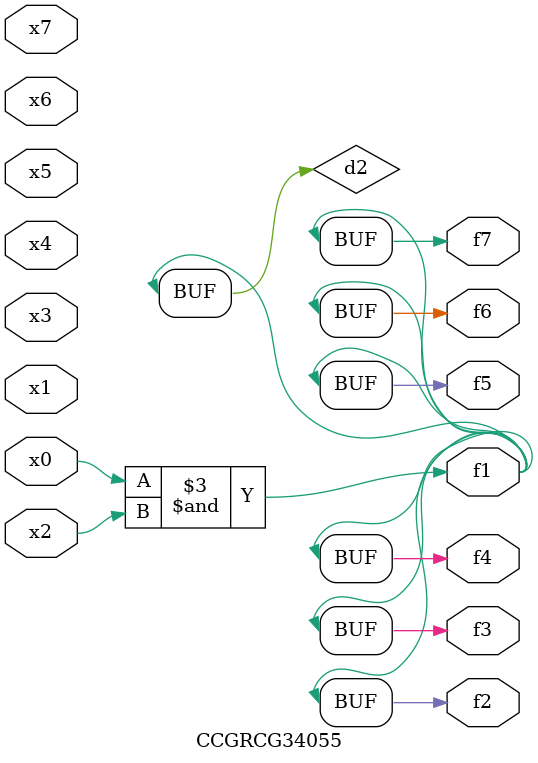
<source format=v>
module CCGRCG34055(
	input x0, x1, x2, x3, x4, x5, x6, x7,
	output f1, f2, f3, f4, f5, f6, f7
);

	wire d1, d2;

	nor (d1, x3, x6);
	and (d2, x0, x2);
	assign f1 = d2;
	assign f2 = d2;
	assign f3 = d2;
	assign f4 = d2;
	assign f5 = d2;
	assign f6 = d2;
	assign f7 = d2;
endmodule

</source>
